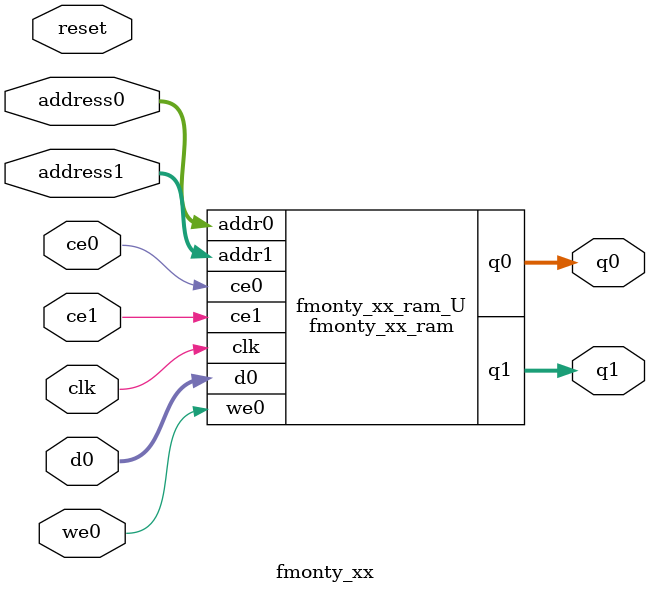
<source format=v>

`timescale 1 ns / 1 ps
module fmonty_xx_ram (addr0, ce0, d0, we0, q0, addr1, ce1, q1,  clk);

parameter DWIDTH = 64;
parameter AWIDTH = 5;
parameter MEM_SIZE = 19;

input[AWIDTH-1:0] addr0;
input ce0;
input[DWIDTH-1:0] d0;
input we0;
output reg[DWIDTH-1:0] q0;
input[AWIDTH-1:0] addr1;
input ce1;
output reg[DWIDTH-1:0] q1;
input clk;

(* ram_style = "block" *)reg [DWIDTH-1:0] ram[0:MEM_SIZE-1];




always @(posedge clk)  
begin 
    if (ce0) 
    begin
        if (we0) 
        begin 
            ram[addr0] <= d0; 
            q0 <= d0;
        end 
        else 
            q0 <= ram[addr0];
    end
end


always @(posedge clk)  
begin 
    if (ce1) 
    begin
            q1 <= ram[addr1];
    end
end


endmodule


`timescale 1 ns / 1 ps
module fmonty_xx(
    reset,
    clk,
    address0,
    ce0,
    we0,
    d0,
    q0,
    address1,
    ce1,
    q1);

parameter DataWidth = 32'd64;
parameter AddressRange = 32'd19;
parameter AddressWidth = 32'd5;
input reset;
input clk;
input[AddressWidth - 1:0] address0;
input ce0;
input we0;
input[DataWidth - 1:0] d0;
output[DataWidth - 1:0] q0;
input[AddressWidth - 1:0] address1;
input ce1;
output[DataWidth - 1:0] q1;



fmonty_xx_ram fmonty_xx_ram_U(
    .clk( clk ),
    .addr0( address0 ),
    .ce0( ce0 ),
    .d0( d0 ),
    .we0( we0 ),
    .q0( q0 ),
    .addr1( address1 ),
    .ce1( ce1 ),
    .q1( q1 ));

endmodule


</source>
